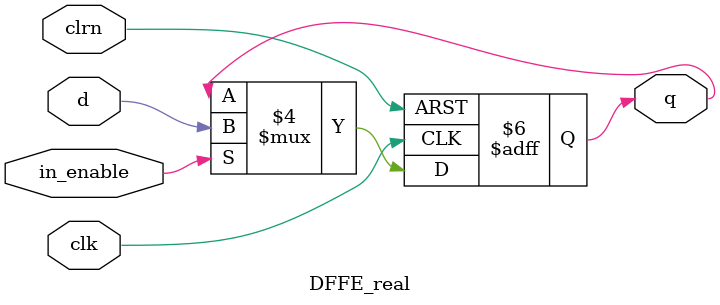
<source format=v>
module DFFE_real(d, clk, clrn, in_enable, q);
	
	 //Inputs
   input d, clk, in_enable, clrn;
   
   //Internal wire
   assign clr = ~clrn;

   //Output
   output q;
   
   //Register
   reg q;

   //Intialize q to 0
   initial
   begin
       q = 1'b0;
   end

   //Set value of q on positive edge of the clock or clear
   always @(posedge clk or posedge clr) begin
       //If clear is high, set q to 0
       if (clr) begin
           q <= 1'b0;
       //If enable is high, set q to the value of d
       end else if (in_enable) begin
           q <= d;
       end
   end


	/*
   input d, clk, in_enable, prn, clrn;
   assign clr = ~clrn;
   //Internal wire
   //wire clr;

   //Output
   output q;
   
   //Register
   reg q;

   //Intialize q to 0
   initial
   begin
       q = 1'b0;
   end

   //Set value of q on positive edge of the clock or clear
   always @(posedge clk or posedge clr) begin
       //If clear is high, set q to 0
       if (clr) begin
           q <= 1'b0;
       //If enable is high, set q to the value of d
       end else if (in_enable) begin
           q <= d;
       end
   end
   */

   /*
	
	input d, clrn, clk, prn, in_enable;
	output q;
	reg q;
	
	always @(posedge clk or negedge clrn or negedge prn) 
	begin

	
	//begin
	//	casex({clk, clrn, prn, in_enable})
	//		4'b100x: q=1'bx;
	//		4'b101x: q=1'b0;
	//		4'b110x: q=1'b1;
	//		4'b1111: q=d;
	//		//default: q=1'b0;
	//	endcase
	
	//end
	

  	  if(~prn) 
	  	  begin
	  	  	if(~clrn) // if preset + clear at the same time, null
		  		q = 1'bx;
		  	else // only preset = good - set that value to 1!
		  		q = 1'b1;
		  end
  	  else if(~clrn) // ok, now it's clear, no preset.
	    q = 1'b0;
	  else if(in_enable)
	    q = d;

	end
	*/
	

endmodule

</source>
